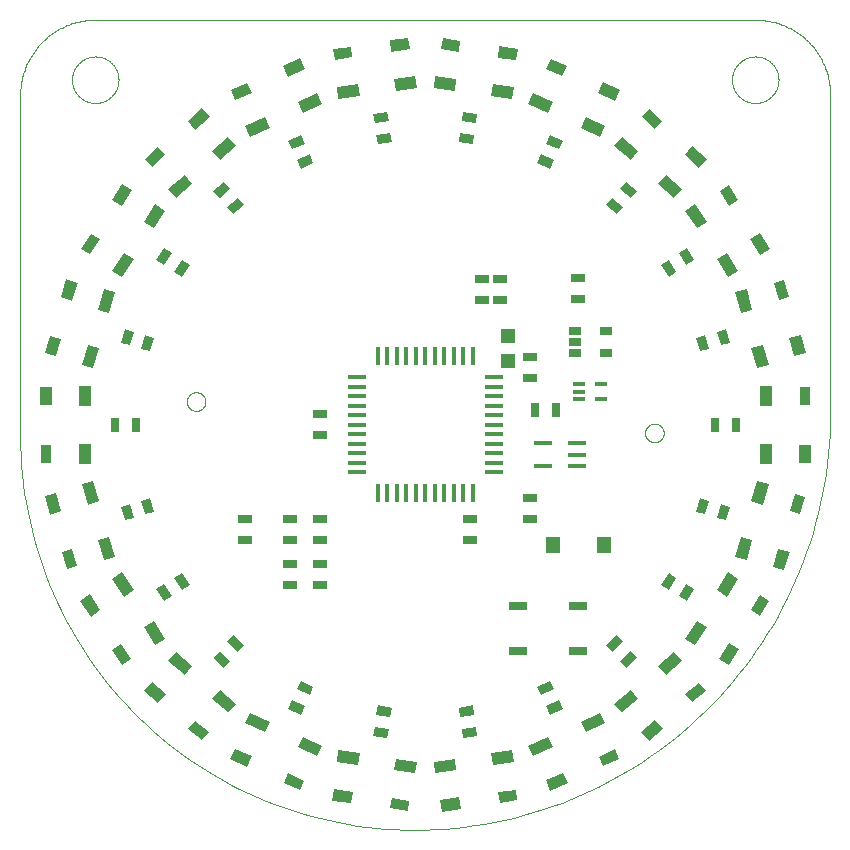
<source format=gtp>
G75*
%MOIN*%
%OFA0B0*%
%FSLAX25Y25*%
%IPPOS*%
%LPD*%
%AMOC8*
5,1,8,0,0,1.08239X$1,22.5*
%
%ADD10C,0.00000*%
%ADD11R,0.03150X0.04724*%
%ADD12R,0.04724X0.03150*%
%ADD13R,0.05906X0.01575*%
%ADD14R,0.03543X0.05906*%
%ADD15R,0.03937X0.07087*%
%ADD16R,0.03937X0.06299*%
%ADD17R,0.05906X0.03543*%
%ADD18R,0.07087X0.03937*%
%ADD19R,0.06299X0.03937*%
%ADD20R,0.04724X0.04724*%
%ADD21R,0.06000X0.03000*%
%ADD22R,0.01732X0.05906*%
%ADD23R,0.05906X0.01732*%
%ADD24R,0.05000X0.05787*%
%ADD25R,0.03937X0.01575*%
%ADD26R,0.03898X0.02717*%
D10*
X0002665Y0132750D02*
X0002665Y0246500D01*
X0002672Y0247104D01*
X0002694Y0247708D01*
X0002731Y0248311D01*
X0002782Y0248913D01*
X0002847Y0249513D01*
X0002927Y0250112D01*
X0003022Y0250709D01*
X0003131Y0251303D01*
X0003254Y0251895D01*
X0003391Y0252483D01*
X0003543Y0253068D01*
X0003709Y0253649D01*
X0003889Y0254225D01*
X0004082Y0254798D01*
X0004290Y0255365D01*
X0004511Y0255927D01*
X0004745Y0256484D01*
X0004993Y0257035D01*
X0005254Y0257580D01*
X0005529Y0258118D01*
X0005816Y0258650D01*
X0006116Y0259174D01*
X0006428Y0259691D01*
X0006753Y0260200D01*
X0007090Y0260702D01*
X0007440Y0261195D01*
X0007801Y0261679D01*
X0008173Y0262155D01*
X0008557Y0262621D01*
X0008952Y0263078D01*
X0009358Y0263525D01*
X0009775Y0263963D01*
X0010202Y0264390D01*
X0010640Y0264807D01*
X0011087Y0265213D01*
X0011544Y0265608D01*
X0012010Y0265992D01*
X0012486Y0266364D01*
X0012970Y0266725D01*
X0013463Y0267075D01*
X0013965Y0267412D01*
X0014474Y0267737D01*
X0014991Y0268049D01*
X0015515Y0268349D01*
X0016047Y0268636D01*
X0016585Y0268911D01*
X0017130Y0269172D01*
X0017681Y0269420D01*
X0018238Y0269654D01*
X0018800Y0269875D01*
X0019367Y0270083D01*
X0019940Y0270276D01*
X0020516Y0270456D01*
X0021097Y0270622D01*
X0021682Y0270774D01*
X0022270Y0270911D01*
X0022862Y0271034D01*
X0023456Y0271143D01*
X0024053Y0271238D01*
X0024652Y0271318D01*
X0025252Y0271383D01*
X0025854Y0271434D01*
X0026457Y0271471D01*
X0027061Y0271493D01*
X0027665Y0271500D01*
X0247650Y0271500D01*
X0239915Y0251500D02*
X0239917Y0251690D01*
X0239924Y0251880D01*
X0239936Y0252070D01*
X0239952Y0252260D01*
X0239973Y0252449D01*
X0239999Y0252637D01*
X0240029Y0252825D01*
X0240064Y0253012D01*
X0240103Y0253198D01*
X0240147Y0253383D01*
X0240196Y0253567D01*
X0240249Y0253750D01*
X0240306Y0253931D01*
X0240368Y0254111D01*
X0240434Y0254289D01*
X0240505Y0254466D01*
X0240580Y0254641D01*
X0240659Y0254814D01*
X0240743Y0254984D01*
X0240830Y0255153D01*
X0240922Y0255320D01*
X0241018Y0255484D01*
X0241117Y0255646D01*
X0241221Y0255806D01*
X0241329Y0255963D01*
X0241440Y0256117D01*
X0241555Y0256268D01*
X0241674Y0256417D01*
X0241797Y0256562D01*
X0241923Y0256705D01*
X0242052Y0256844D01*
X0242185Y0256980D01*
X0242321Y0257113D01*
X0242460Y0257242D01*
X0242603Y0257368D01*
X0242748Y0257491D01*
X0242897Y0257610D01*
X0243048Y0257725D01*
X0243202Y0257836D01*
X0243359Y0257944D01*
X0243519Y0258048D01*
X0243681Y0258147D01*
X0243845Y0258243D01*
X0244012Y0258335D01*
X0244181Y0258422D01*
X0244351Y0258506D01*
X0244524Y0258585D01*
X0244699Y0258660D01*
X0244876Y0258731D01*
X0245054Y0258797D01*
X0245234Y0258859D01*
X0245415Y0258916D01*
X0245598Y0258969D01*
X0245782Y0259018D01*
X0245967Y0259062D01*
X0246153Y0259101D01*
X0246340Y0259136D01*
X0246528Y0259166D01*
X0246716Y0259192D01*
X0246905Y0259213D01*
X0247095Y0259229D01*
X0247285Y0259241D01*
X0247475Y0259248D01*
X0247665Y0259250D01*
X0247855Y0259248D01*
X0248045Y0259241D01*
X0248235Y0259229D01*
X0248425Y0259213D01*
X0248614Y0259192D01*
X0248802Y0259166D01*
X0248990Y0259136D01*
X0249177Y0259101D01*
X0249363Y0259062D01*
X0249548Y0259018D01*
X0249732Y0258969D01*
X0249915Y0258916D01*
X0250096Y0258859D01*
X0250276Y0258797D01*
X0250454Y0258731D01*
X0250631Y0258660D01*
X0250806Y0258585D01*
X0250979Y0258506D01*
X0251149Y0258422D01*
X0251318Y0258335D01*
X0251485Y0258243D01*
X0251649Y0258147D01*
X0251811Y0258048D01*
X0251971Y0257944D01*
X0252128Y0257836D01*
X0252282Y0257725D01*
X0252433Y0257610D01*
X0252582Y0257491D01*
X0252727Y0257368D01*
X0252870Y0257242D01*
X0253009Y0257113D01*
X0253145Y0256980D01*
X0253278Y0256844D01*
X0253407Y0256705D01*
X0253533Y0256562D01*
X0253656Y0256417D01*
X0253775Y0256268D01*
X0253890Y0256117D01*
X0254001Y0255963D01*
X0254109Y0255806D01*
X0254213Y0255646D01*
X0254312Y0255484D01*
X0254408Y0255320D01*
X0254500Y0255153D01*
X0254587Y0254984D01*
X0254671Y0254814D01*
X0254750Y0254641D01*
X0254825Y0254466D01*
X0254896Y0254289D01*
X0254962Y0254111D01*
X0255024Y0253931D01*
X0255081Y0253750D01*
X0255134Y0253567D01*
X0255183Y0253383D01*
X0255227Y0253198D01*
X0255266Y0253012D01*
X0255301Y0252825D01*
X0255331Y0252637D01*
X0255357Y0252449D01*
X0255378Y0252260D01*
X0255394Y0252070D01*
X0255406Y0251880D01*
X0255413Y0251690D01*
X0255415Y0251500D01*
X0255413Y0251310D01*
X0255406Y0251120D01*
X0255394Y0250930D01*
X0255378Y0250740D01*
X0255357Y0250551D01*
X0255331Y0250363D01*
X0255301Y0250175D01*
X0255266Y0249988D01*
X0255227Y0249802D01*
X0255183Y0249617D01*
X0255134Y0249433D01*
X0255081Y0249250D01*
X0255024Y0249069D01*
X0254962Y0248889D01*
X0254896Y0248711D01*
X0254825Y0248534D01*
X0254750Y0248359D01*
X0254671Y0248186D01*
X0254587Y0248016D01*
X0254500Y0247847D01*
X0254408Y0247680D01*
X0254312Y0247516D01*
X0254213Y0247354D01*
X0254109Y0247194D01*
X0254001Y0247037D01*
X0253890Y0246883D01*
X0253775Y0246732D01*
X0253656Y0246583D01*
X0253533Y0246438D01*
X0253407Y0246295D01*
X0253278Y0246156D01*
X0253145Y0246020D01*
X0253009Y0245887D01*
X0252870Y0245758D01*
X0252727Y0245632D01*
X0252582Y0245509D01*
X0252433Y0245390D01*
X0252282Y0245275D01*
X0252128Y0245164D01*
X0251971Y0245056D01*
X0251811Y0244952D01*
X0251649Y0244853D01*
X0251485Y0244757D01*
X0251318Y0244665D01*
X0251149Y0244578D01*
X0250979Y0244494D01*
X0250806Y0244415D01*
X0250631Y0244340D01*
X0250454Y0244269D01*
X0250276Y0244203D01*
X0250096Y0244141D01*
X0249915Y0244084D01*
X0249732Y0244031D01*
X0249548Y0243982D01*
X0249363Y0243938D01*
X0249177Y0243899D01*
X0248990Y0243864D01*
X0248802Y0243834D01*
X0248614Y0243808D01*
X0248425Y0243787D01*
X0248235Y0243771D01*
X0248045Y0243759D01*
X0247855Y0243752D01*
X0247665Y0243750D01*
X0247475Y0243752D01*
X0247285Y0243759D01*
X0247095Y0243771D01*
X0246905Y0243787D01*
X0246716Y0243808D01*
X0246528Y0243834D01*
X0246340Y0243864D01*
X0246153Y0243899D01*
X0245967Y0243938D01*
X0245782Y0243982D01*
X0245598Y0244031D01*
X0245415Y0244084D01*
X0245234Y0244141D01*
X0245054Y0244203D01*
X0244876Y0244269D01*
X0244699Y0244340D01*
X0244524Y0244415D01*
X0244351Y0244494D01*
X0244181Y0244578D01*
X0244012Y0244665D01*
X0243845Y0244757D01*
X0243681Y0244853D01*
X0243519Y0244952D01*
X0243359Y0245056D01*
X0243202Y0245164D01*
X0243048Y0245275D01*
X0242897Y0245390D01*
X0242748Y0245509D01*
X0242603Y0245632D01*
X0242460Y0245758D01*
X0242321Y0245887D01*
X0242185Y0246020D01*
X0242052Y0246156D01*
X0241923Y0246295D01*
X0241797Y0246438D01*
X0241674Y0246583D01*
X0241555Y0246732D01*
X0241440Y0246883D01*
X0241329Y0247037D01*
X0241221Y0247194D01*
X0241117Y0247354D01*
X0241018Y0247516D01*
X0240922Y0247680D01*
X0240830Y0247847D01*
X0240743Y0248016D01*
X0240659Y0248186D01*
X0240580Y0248359D01*
X0240505Y0248534D01*
X0240434Y0248711D01*
X0240368Y0248889D01*
X0240306Y0249069D01*
X0240249Y0249250D01*
X0240196Y0249433D01*
X0240147Y0249617D01*
X0240103Y0249802D01*
X0240064Y0249988D01*
X0240029Y0250175D01*
X0239999Y0250363D01*
X0239973Y0250551D01*
X0239952Y0250740D01*
X0239936Y0250930D01*
X0239924Y0251120D01*
X0239917Y0251310D01*
X0239915Y0251500D01*
X0247649Y0271500D02*
X0248254Y0271493D01*
X0248858Y0271471D01*
X0249461Y0271434D01*
X0250063Y0271383D01*
X0250664Y0271318D01*
X0251263Y0271238D01*
X0251860Y0271143D01*
X0252454Y0271034D01*
X0253046Y0270911D01*
X0253634Y0270773D01*
X0254219Y0270621D01*
X0254801Y0270456D01*
X0255377Y0270276D01*
X0255950Y0270082D01*
X0256518Y0269874D01*
X0257080Y0269653D01*
X0257637Y0269419D01*
X0258188Y0269170D01*
X0258733Y0268909D01*
X0259271Y0268635D01*
X0259803Y0268347D01*
X0260327Y0268047D01*
X0260845Y0267734D01*
X0261354Y0267409D01*
X0261855Y0267072D01*
X0262348Y0266722D01*
X0262833Y0266361D01*
X0263309Y0265988D01*
X0263775Y0265604D01*
X0264232Y0265209D01*
X0264680Y0264802D01*
X0265117Y0264385D01*
X0265544Y0263958D01*
X0265961Y0263520D01*
X0266367Y0263073D01*
X0266762Y0262615D01*
X0267146Y0262149D01*
X0267519Y0261673D01*
X0267880Y0261188D01*
X0268229Y0260695D01*
X0268566Y0260193D01*
X0268891Y0259684D01*
X0269203Y0259166D01*
X0269503Y0258642D01*
X0269790Y0258110D01*
X0270064Y0257571D01*
X0270325Y0257026D01*
X0270573Y0256475D01*
X0270808Y0255918D01*
X0271028Y0255355D01*
X0271236Y0254788D01*
X0271429Y0254215D01*
X0271609Y0253638D01*
X0271774Y0253057D01*
X0271925Y0252472D01*
X0272063Y0251883D01*
X0272186Y0251292D01*
X0272294Y0250697D01*
X0272389Y0250100D01*
X0272468Y0249501D01*
X0272534Y0248900D01*
X0272584Y0248298D01*
X0272620Y0247695D01*
X0272642Y0247091D01*
X0272649Y0246487D01*
X0272650Y0246486D02*
X0272586Y0140172D01*
X0210943Y0133783D02*
X0210945Y0133894D01*
X0210951Y0134005D01*
X0210961Y0134116D01*
X0210975Y0134227D01*
X0210993Y0134337D01*
X0211015Y0134446D01*
X0211040Y0134554D01*
X0211070Y0134661D01*
X0211103Y0134767D01*
X0211141Y0134872D01*
X0211182Y0134976D01*
X0211226Y0135078D01*
X0211275Y0135178D01*
X0211326Y0135276D01*
X0211382Y0135373D01*
X0211441Y0135467D01*
X0211503Y0135560D01*
X0211568Y0135650D01*
X0211637Y0135737D01*
X0211708Y0135823D01*
X0211783Y0135905D01*
X0211861Y0135985D01*
X0211941Y0136062D01*
X0212024Y0136136D01*
X0212110Y0136207D01*
X0212198Y0136274D01*
X0212289Y0136339D01*
X0212382Y0136400D01*
X0212477Y0136458D01*
X0212574Y0136513D01*
X0212673Y0136564D01*
X0212774Y0136611D01*
X0212876Y0136655D01*
X0212980Y0136695D01*
X0213085Y0136731D01*
X0213191Y0136764D01*
X0213299Y0136792D01*
X0213408Y0136817D01*
X0213517Y0136838D01*
X0213627Y0136855D01*
X0213737Y0136868D01*
X0213848Y0136877D01*
X0213960Y0136882D01*
X0214071Y0136883D01*
X0214182Y0136880D01*
X0214293Y0136873D01*
X0214404Y0136862D01*
X0214514Y0136847D01*
X0214624Y0136828D01*
X0214733Y0136805D01*
X0214841Y0136779D01*
X0214948Y0136748D01*
X0215054Y0136714D01*
X0215158Y0136675D01*
X0215261Y0136634D01*
X0215363Y0136588D01*
X0215463Y0136539D01*
X0215561Y0136486D01*
X0215657Y0136430D01*
X0215751Y0136370D01*
X0215843Y0136307D01*
X0215932Y0136241D01*
X0216019Y0136172D01*
X0216103Y0136099D01*
X0216185Y0136024D01*
X0216264Y0135945D01*
X0216341Y0135864D01*
X0216414Y0135780D01*
X0216484Y0135694D01*
X0216551Y0135605D01*
X0216615Y0135514D01*
X0216675Y0135421D01*
X0216732Y0135325D01*
X0216786Y0135227D01*
X0216836Y0135128D01*
X0216882Y0135027D01*
X0216925Y0134924D01*
X0216964Y0134820D01*
X0217000Y0134714D01*
X0217031Y0134608D01*
X0217059Y0134500D01*
X0217083Y0134391D01*
X0217103Y0134282D01*
X0217119Y0134172D01*
X0217131Y0134061D01*
X0217139Y0133950D01*
X0217143Y0133839D01*
X0217143Y0133727D01*
X0217139Y0133616D01*
X0217131Y0133505D01*
X0217119Y0133394D01*
X0217103Y0133284D01*
X0217083Y0133175D01*
X0217059Y0133066D01*
X0217031Y0132958D01*
X0217000Y0132852D01*
X0216964Y0132746D01*
X0216925Y0132642D01*
X0216882Y0132539D01*
X0216836Y0132438D01*
X0216786Y0132339D01*
X0216732Y0132241D01*
X0216675Y0132145D01*
X0216615Y0132052D01*
X0216551Y0131961D01*
X0216484Y0131872D01*
X0216414Y0131786D01*
X0216341Y0131702D01*
X0216264Y0131621D01*
X0216185Y0131542D01*
X0216103Y0131467D01*
X0216019Y0131394D01*
X0215932Y0131325D01*
X0215843Y0131259D01*
X0215751Y0131196D01*
X0215657Y0131136D01*
X0215561Y0131080D01*
X0215463Y0131027D01*
X0215363Y0130978D01*
X0215261Y0130932D01*
X0215158Y0130891D01*
X0215054Y0130852D01*
X0214948Y0130818D01*
X0214841Y0130787D01*
X0214733Y0130761D01*
X0214624Y0130738D01*
X0214514Y0130719D01*
X0214404Y0130704D01*
X0214293Y0130693D01*
X0214182Y0130686D01*
X0214071Y0130683D01*
X0213960Y0130684D01*
X0213848Y0130689D01*
X0213737Y0130698D01*
X0213627Y0130711D01*
X0213517Y0130728D01*
X0213408Y0130749D01*
X0213299Y0130774D01*
X0213191Y0130802D01*
X0213085Y0130835D01*
X0212980Y0130871D01*
X0212876Y0130911D01*
X0212774Y0130955D01*
X0212673Y0131002D01*
X0212574Y0131053D01*
X0212477Y0131108D01*
X0212382Y0131166D01*
X0212289Y0131227D01*
X0212198Y0131292D01*
X0212110Y0131359D01*
X0212024Y0131430D01*
X0211941Y0131504D01*
X0211861Y0131581D01*
X0211783Y0131661D01*
X0211708Y0131743D01*
X0211637Y0131829D01*
X0211568Y0131916D01*
X0211503Y0132006D01*
X0211441Y0132099D01*
X0211382Y0132193D01*
X0211326Y0132290D01*
X0211275Y0132388D01*
X0211226Y0132488D01*
X0211182Y0132590D01*
X0211141Y0132694D01*
X0211103Y0132799D01*
X0211070Y0132905D01*
X0211040Y0133012D01*
X0211015Y0133120D01*
X0210993Y0133229D01*
X0210975Y0133339D01*
X0210961Y0133450D01*
X0210951Y0133561D01*
X0210945Y0133672D01*
X0210943Y0133783D01*
X0133914Y0001500D02*
X0130743Y0001538D01*
X0127573Y0001653D01*
X0124407Y0001845D01*
X0121247Y0002113D01*
X0118094Y0002457D01*
X0114950Y0002877D01*
X0111817Y0003373D01*
X0108697Y0003945D01*
X0105592Y0004592D01*
X0102504Y0005314D01*
X0099434Y0006110D01*
X0096384Y0006980D01*
X0093356Y0007924D01*
X0090351Y0008940D01*
X0087372Y0010029D01*
X0084420Y0011190D01*
X0081497Y0012421D01*
X0078605Y0013723D01*
X0075745Y0015094D01*
X0072919Y0016534D01*
X0070129Y0018042D01*
X0067376Y0019616D01*
X0064661Y0021257D01*
X0061987Y0022963D01*
X0059356Y0024733D01*
X0056767Y0026567D01*
X0054224Y0028462D01*
X0051727Y0030418D01*
X0049278Y0032434D01*
X0046879Y0034508D01*
X0044531Y0036640D01*
X0042234Y0038828D01*
X0039992Y0041070D01*
X0037804Y0043367D01*
X0035672Y0045715D01*
X0033598Y0048114D01*
X0031582Y0050563D01*
X0029626Y0053060D01*
X0027731Y0055603D01*
X0025897Y0058192D01*
X0024127Y0060823D01*
X0022421Y0063497D01*
X0020780Y0066212D01*
X0019206Y0068965D01*
X0017698Y0071755D01*
X0016258Y0074581D01*
X0014887Y0077441D01*
X0013585Y0080333D01*
X0012354Y0083256D01*
X0011193Y0086208D01*
X0010104Y0089187D01*
X0009088Y0092192D01*
X0008144Y0095220D01*
X0007274Y0098270D01*
X0006478Y0101340D01*
X0005756Y0104428D01*
X0005109Y0107533D01*
X0004537Y0110653D01*
X0004041Y0113786D01*
X0003621Y0116930D01*
X0003277Y0120083D01*
X0003009Y0123243D01*
X0002817Y0126409D01*
X0002702Y0129579D01*
X0002664Y0132750D01*
X0058187Y0144217D02*
X0058189Y0144328D01*
X0058195Y0144439D01*
X0058205Y0144550D01*
X0058219Y0144661D01*
X0058237Y0144771D01*
X0058259Y0144880D01*
X0058284Y0144988D01*
X0058314Y0145095D01*
X0058347Y0145201D01*
X0058385Y0145306D01*
X0058426Y0145410D01*
X0058470Y0145512D01*
X0058519Y0145612D01*
X0058570Y0145710D01*
X0058626Y0145807D01*
X0058685Y0145901D01*
X0058747Y0145994D01*
X0058812Y0146084D01*
X0058881Y0146171D01*
X0058952Y0146257D01*
X0059027Y0146339D01*
X0059105Y0146419D01*
X0059185Y0146496D01*
X0059268Y0146570D01*
X0059354Y0146641D01*
X0059442Y0146708D01*
X0059533Y0146773D01*
X0059626Y0146834D01*
X0059721Y0146892D01*
X0059818Y0146947D01*
X0059917Y0146998D01*
X0060018Y0147045D01*
X0060120Y0147089D01*
X0060224Y0147129D01*
X0060329Y0147165D01*
X0060435Y0147198D01*
X0060543Y0147226D01*
X0060652Y0147251D01*
X0060761Y0147272D01*
X0060871Y0147289D01*
X0060981Y0147302D01*
X0061092Y0147311D01*
X0061204Y0147316D01*
X0061315Y0147317D01*
X0061426Y0147314D01*
X0061537Y0147307D01*
X0061648Y0147296D01*
X0061758Y0147281D01*
X0061868Y0147262D01*
X0061977Y0147239D01*
X0062085Y0147213D01*
X0062192Y0147182D01*
X0062298Y0147148D01*
X0062402Y0147109D01*
X0062505Y0147068D01*
X0062607Y0147022D01*
X0062707Y0146973D01*
X0062805Y0146920D01*
X0062901Y0146864D01*
X0062995Y0146804D01*
X0063087Y0146741D01*
X0063176Y0146675D01*
X0063263Y0146606D01*
X0063347Y0146533D01*
X0063429Y0146458D01*
X0063508Y0146379D01*
X0063585Y0146298D01*
X0063658Y0146214D01*
X0063728Y0146128D01*
X0063795Y0146039D01*
X0063859Y0145948D01*
X0063919Y0145855D01*
X0063976Y0145759D01*
X0064030Y0145661D01*
X0064080Y0145562D01*
X0064126Y0145461D01*
X0064169Y0145358D01*
X0064208Y0145254D01*
X0064244Y0145148D01*
X0064275Y0145042D01*
X0064303Y0144934D01*
X0064327Y0144825D01*
X0064347Y0144716D01*
X0064363Y0144606D01*
X0064375Y0144495D01*
X0064383Y0144384D01*
X0064387Y0144273D01*
X0064387Y0144161D01*
X0064383Y0144050D01*
X0064375Y0143939D01*
X0064363Y0143828D01*
X0064347Y0143718D01*
X0064327Y0143609D01*
X0064303Y0143500D01*
X0064275Y0143392D01*
X0064244Y0143286D01*
X0064208Y0143180D01*
X0064169Y0143076D01*
X0064126Y0142973D01*
X0064080Y0142872D01*
X0064030Y0142773D01*
X0063976Y0142675D01*
X0063919Y0142579D01*
X0063859Y0142486D01*
X0063795Y0142395D01*
X0063728Y0142306D01*
X0063658Y0142220D01*
X0063585Y0142136D01*
X0063508Y0142055D01*
X0063429Y0141976D01*
X0063347Y0141901D01*
X0063263Y0141828D01*
X0063176Y0141759D01*
X0063087Y0141693D01*
X0062995Y0141630D01*
X0062901Y0141570D01*
X0062805Y0141514D01*
X0062707Y0141461D01*
X0062607Y0141412D01*
X0062505Y0141366D01*
X0062402Y0141325D01*
X0062298Y0141286D01*
X0062192Y0141252D01*
X0062085Y0141221D01*
X0061977Y0141195D01*
X0061868Y0141172D01*
X0061758Y0141153D01*
X0061648Y0141138D01*
X0061537Y0141127D01*
X0061426Y0141120D01*
X0061315Y0141117D01*
X0061204Y0141118D01*
X0061092Y0141123D01*
X0060981Y0141132D01*
X0060871Y0141145D01*
X0060761Y0141162D01*
X0060652Y0141183D01*
X0060543Y0141208D01*
X0060435Y0141236D01*
X0060329Y0141269D01*
X0060224Y0141305D01*
X0060120Y0141345D01*
X0060018Y0141389D01*
X0059917Y0141436D01*
X0059818Y0141487D01*
X0059721Y0141542D01*
X0059626Y0141600D01*
X0059533Y0141661D01*
X0059442Y0141726D01*
X0059354Y0141793D01*
X0059268Y0141864D01*
X0059185Y0141938D01*
X0059105Y0142015D01*
X0059027Y0142095D01*
X0058952Y0142177D01*
X0058881Y0142263D01*
X0058812Y0142350D01*
X0058747Y0142440D01*
X0058685Y0142533D01*
X0058626Y0142627D01*
X0058570Y0142724D01*
X0058519Y0142822D01*
X0058470Y0142922D01*
X0058426Y0143024D01*
X0058385Y0143128D01*
X0058347Y0143233D01*
X0058314Y0143339D01*
X0058284Y0143446D01*
X0058259Y0143554D01*
X0058237Y0143663D01*
X0058219Y0143773D01*
X0058205Y0143884D01*
X0058195Y0143995D01*
X0058189Y0144106D01*
X0058187Y0144217D01*
X0133914Y0001500D02*
X0137265Y0001540D01*
X0140614Y0001662D01*
X0143959Y0001864D01*
X0147298Y0002147D01*
X0150629Y0002511D01*
X0153951Y0002955D01*
X0157260Y0003479D01*
X0160557Y0004083D01*
X0163837Y0004767D01*
X0167100Y0005530D01*
X0170344Y0006371D01*
X0173567Y0007290D01*
X0176766Y0008287D01*
X0179940Y0009361D01*
X0183088Y0010511D01*
X0186206Y0011738D01*
X0189295Y0013039D01*
X0192351Y0014414D01*
X0195372Y0015863D01*
X0198358Y0017384D01*
X0201306Y0018977D01*
X0204215Y0020641D01*
X0207083Y0022375D01*
X0209908Y0024177D01*
X0212689Y0026047D01*
X0215423Y0027984D01*
X0218110Y0029986D01*
X0220748Y0032053D01*
X0223336Y0034183D01*
X0225871Y0036375D01*
X0228352Y0038627D01*
X0230778Y0040938D01*
X0233148Y0043308D01*
X0235459Y0045734D01*
X0237711Y0048215D01*
X0239903Y0050750D01*
X0242033Y0053338D01*
X0244100Y0055976D01*
X0246102Y0058663D01*
X0248039Y0061397D01*
X0249909Y0064178D01*
X0251711Y0067003D01*
X0253445Y0069871D01*
X0255109Y0072780D01*
X0256702Y0075728D01*
X0258223Y0078714D01*
X0259672Y0081735D01*
X0261047Y0084791D01*
X0262348Y0087880D01*
X0263575Y0090998D01*
X0264725Y0094146D01*
X0265799Y0097320D01*
X0266796Y0100519D01*
X0267715Y0103742D01*
X0268556Y0106986D01*
X0269319Y0110249D01*
X0270003Y0113529D01*
X0270607Y0116826D01*
X0271131Y0120135D01*
X0271575Y0123457D01*
X0271939Y0126788D01*
X0272222Y0130127D01*
X0272424Y0133472D01*
X0272546Y0136821D01*
X0272586Y0140172D01*
X0019915Y0251500D02*
X0019917Y0251690D01*
X0019924Y0251880D01*
X0019936Y0252070D01*
X0019952Y0252260D01*
X0019973Y0252449D01*
X0019999Y0252637D01*
X0020029Y0252825D01*
X0020064Y0253012D01*
X0020103Y0253198D01*
X0020147Y0253383D01*
X0020196Y0253567D01*
X0020249Y0253750D01*
X0020306Y0253931D01*
X0020368Y0254111D01*
X0020434Y0254289D01*
X0020505Y0254466D01*
X0020580Y0254641D01*
X0020659Y0254814D01*
X0020743Y0254984D01*
X0020830Y0255153D01*
X0020922Y0255320D01*
X0021018Y0255484D01*
X0021117Y0255646D01*
X0021221Y0255806D01*
X0021329Y0255963D01*
X0021440Y0256117D01*
X0021555Y0256268D01*
X0021674Y0256417D01*
X0021797Y0256562D01*
X0021923Y0256705D01*
X0022052Y0256844D01*
X0022185Y0256980D01*
X0022321Y0257113D01*
X0022460Y0257242D01*
X0022603Y0257368D01*
X0022748Y0257491D01*
X0022897Y0257610D01*
X0023048Y0257725D01*
X0023202Y0257836D01*
X0023359Y0257944D01*
X0023519Y0258048D01*
X0023681Y0258147D01*
X0023845Y0258243D01*
X0024012Y0258335D01*
X0024181Y0258422D01*
X0024351Y0258506D01*
X0024524Y0258585D01*
X0024699Y0258660D01*
X0024876Y0258731D01*
X0025054Y0258797D01*
X0025234Y0258859D01*
X0025415Y0258916D01*
X0025598Y0258969D01*
X0025782Y0259018D01*
X0025967Y0259062D01*
X0026153Y0259101D01*
X0026340Y0259136D01*
X0026528Y0259166D01*
X0026716Y0259192D01*
X0026905Y0259213D01*
X0027095Y0259229D01*
X0027285Y0259241D01*
X0027475Y0259248D01*
X0027665Y0259250D01*
X0027855Y0259248D01*
X0028045Y0259241D01*
X0028235Y0259229D01*
X0028425Y0259213D01*
X0028614Y0259192D01*
X0028802Y0259166D01*
X0028990Y0259136D01*
X0029177Y0259101D01*
X0029363Y0259062D01*
X0029548Y0259018D01*
X0029732Y0258969D01*
X0029915Y0258916D01*
X0030096Y0258859D01*
X0030276Y0258797D01*
X0030454Y0258731D01*
X0030631Y0258660D01*
X0030806Y0258585D01*
X0030979Y0258506D01*
X0031149Y0258422D01*
X0031318Y0258335D01*
X0031485Y0258243D01*
X0031649Y0258147D01*
X0031811Y0258048D01*
X0031971Y0257944D01*
X0032128Y0257836D01*
X0032282Y0257725D01*
X0032433Y0257610D01*
X0032582Y0257491D01*
X0032727Y0257368D01*
X0032870Y0257242D01*
X0033009Y0257113D01*
X0033145Y0256980D01*
X0033278Y0256844D01*
X0033407Y0256705D01*
X0033533Y0256562D01*
X0033656Y0256417D01*
X0033775Y0256268D01*
X0033890Y0256117D01*
X0034001Y0255963D01*
X0034109Y0255806D01*
X0034213Y0255646D01*
X0034312Y0255484D01*
X0034408Y0255320D01*
X0034500Y0255153D01*
X0034587Y0254984D01*
X0034671Y0254814D01*
X0034750Y0254641D01*
X0034825Y0254466D01*
X0034896Y0254289D01*
X0034962Y0254111D01*
X0035024Y0253931D01*
X0035081Y0253750D01*
X0035134Y0253567D01*
X0035183Y0253383D01*
X0035227Y0253198D01*
X0035266Y0253012D01*
X0035301Y0252825D01*
X0035331Y0252637D01*
X0035357Y0252449D01*
X0035378Y0252260D01*
X0035394Y0252070D01*
X0035406Y0251880D01*
X0035413Y0251690D01*
X0035415Y0251500D01*
X0035413Y0251310D01*
X0035406Y0251120D01*
X0035394Y0250930D01*
X0035378Y0250740D01*
X0035357Y0250551D01*
X0035331Y0250363D01*
X0035301Y0250175D01*
X0035266Y0249988D01*
X0035227Y0249802D01*
X0035183Y0249617D01*
X0035134Y0249433D01*
X0035081Y0249250D01*
X0035024Y0249069D01*
X0034962Y0248889D01*
X0034896Y0248711D01*
X0034825Y0248534D01*
X0034750Y0248359D01*
X0034671Y0248186D01*
X0034587Y0248016D01*
X0034500Y0247847D01*
X0034408Y0247680D01*
X0034312Y0247516D01*
X0034213Y0247354D01*
X0034109Y0247194D01*
X0034001Y0247037D01*
X0033890Y0246883D01*
X0033775Y0246732D01*
X0033656Y0246583D01*
X0033533Y0246438D01*
X0033407Y0246295D01*
X0033278Y0246156D01*
X0033145Y0246020D01*
X0033009Y0245887D01*
X0032870Y0245758D01*
X0032727Y0245632D01*
X0032582Y0245509D01*
X0032433Y0245390D01*
X0032282Y0245275D01*
X0032128Y0245164D01*
X0031971Y0245056D01*
X0031811Y0244952D01*
X0031649Y0244853D01*
X0031485Y0244757D01*
X0031318Y0244665D01*
X0031149Y0244578D01*
X0030979Y0244494D01*
X0030806Y0244415D01*
X0030631Y0244340D01*
X0030454Y0244269D01*
X0030276Y0244203D01*
X0030096Y0244141D01*
X0029915Y0244084D01*
X0029732Y0244031D01*
X0029548Y0243982D01*
X0029363Y0243938D01*
X0029177Y0243899D01*
X0028990Y0243864D01*
X0028802Y0243834D01*
X0028614Y0243808D01*
X0028425Y0243787D01*
X0028235Y0243771D01*
X0028045Y0243759D01*
X0027855Y0243752D01*
X0027665Y0243750D01*
X0027475Y0243752D01*
X0027285Y0243759D01*
X0027095Y0243771D01*
X0026905Y0243787D01*
X0026716Y0243808D01*
X0026528Y0243834D01*
X0026340Y0243864D01*
X0026153Y0243899D01*
X0025967Y0243938D01*
X0025782Y0243982D01*
X0025598Y0244031D01*
X0025415Y0244084D01*
X0025234Y0244141D01*
X0025054Y0244203D01*
X0024876Y0244269D01*
X0024699Y0244340D01*
X0024524Y0244415D01*
X0024351Y0244494D01*
X0024181Y0244578D01*
X0024012Y0244665D01*
X0023845Y0244757D01*
X0023681Y0244853D01*
X0023519Y0244952D01*
X0023359Y0245056D01*
X0023202Y0245164D01*
X0023048Y0245275D01*
X0022897Y0245390D01*
X0022748Y0245509D01*
X0022603Y0245632D01*
X0022460Y0245758D01*
X0022321Y0245887D01*
X0022185Y0246020D01*
X0022052Y0246156D01*
X0021923Y0246295D01*
X0021797Y0246438D01*
X0021674Y0246583D01*
X0021555Y0246732D01*
X0021440Y0246883D01*
X0021329Y0247037D01*
X0021221Y0247194D01*
X0021117Y0247354D01*
X0021018Y0247516D01*
X0020922Y0247680D01*
X0020830Y0247847D01*
X0020743Y0248016D01*
X0020659Y0248186D01*
X0020580Y0248359D01*
X0020505Y0248534D01*
X0020434Y0248711D01*
X0020368Y0248889D01*
X0020306Y0249069D01*
X0020249Y0249250D01*
X0020196Y0249433D01*
X0020147Y0249617D01*
X0020103Y0249802D01*
X0020064Y0249988D01*
X0020029Y0250175D01*
X0019999Y0250363D01*
X0019973Y0250551D01*
X0019952Y0250740D01*
X0019936Y0250930D01*
X0019924Y0251120D01*
X0019917Y0251310D01*
X0019915Y0251500D01*
D11*
G36*
X0069105Y0212017D02*
X0067043Y0214397D01*
X0070613Y0217489D01*
X0072675Y0215109D01*
X0069105Y0212017D01*
G37*
G36*
X0073745Y0206661D02*
X0071683Y0209041D01*
X0075253Y0212133D01*
X0077315Y0209753D01*
X0073745Y0206661D01*
G37*
G36*
X0056570Y0185812D02*
X0053920Y0187514D01*
X0056472Y0191488D01*
X0059122Y0189786D01*
X0056570Y0185812D01*
G37*
G36*
X0050607Y0189640D02*
X0047957Y0191342D01*
X0050509Y0195316D01*
X0053159Y0193614D01*
X0050607Y0189640D01*
G37*
G36*
X0039163Y0162959D02*
X0036141Y0163843D01*
X0037467Y0168377D01*
X0040489Y0167493D01*
X0039163Y0162959D01*
G37*
G36*
X0045964Y0160970D02*
X0042942Y0161854D01*
X0044268Y0166388D01*
X0047290Y0165504D01*
X0045964Y0160970D01*
G37*
X0041208Y0136500D03*
X0034121Y0136500D03*
G36*
X0047290Y0107496D02*
X0044268Y0106612D01*
X0042942Y0111146D01*
X0045964Y0112030D01*
X0047290Y0107496D01*
G37*
G36*
X0040489Y0105507D02*
X0037467Y0104623D01*
X0036141Y0109157D01*
X0039163Y0110041D01*
X0040489Y0105507D01*
G37*
G36*
X0059122Y0083214D02*
X0056472Y0081512D01*
X0053920Y0085486D01*
X0056570Y0087188D01*
X0059122Y0083214D01*
G37*
G36*
X0053159Y0079386D02*
X0050509Y0077684D01*
X0047957Y0081658D01*
X0050607Y0083360D01*
X0053159Y0079386D01*
G37*
G36*
X0077315Y0063247D02*
X0075253Y0060867D01*
X0071683Y0063959D01*
X0073745Y0066339D01*
X0077315Y0063247D01*
G37*
G36*
X0072675Y0057891D02*
X0070613Y0055511D01*
X0067043Y0058603D01*
X0069105Y0060983D01*
X0072675Y0057891D01*
G37*
G36*
X0097456Y0042766D02*
X0096150Y0039901D01*
X0091852Y0041860D01*
X0093158Y0044725D01*
X0097456Y0042766D01*
G37*
G36*
X0100395Y0049214D02*
X0099089Y0046349D01*
X0094791Y0048308D01*
X0096097Y0051173D01*
X0100395Y0049214D01*
G37*
G36*
X0125490Y0035233D02*
X0125041Y0032116D01*
X0120366Y0032789D01*
X0120815Y0035906D01*
X0125490Y0035233D01*
G37*
G36*
X0126501Y0042247D02*
X0126052Y0039130D01*
X0121377Y0039803D01*
X0121826Y0042920D01*
X0126501Y0042247D01*
G37*
G36*
X0153504Y0042920D02*
X0153953Y0039803D01*
X0149278Y0039130D01*
X0148829Y0042247D01*
X0153504Y0042920D01*
G37*
G36*
X0154515Y0035906D02*
X0154964Y0032789D01*
X0150289Y0032116D01*
X0149840Y0035233D01*
X0154515Y0035906D01*
G37*
G36*
X0179233Y0051173D02*
X0180539Y0048308D01*
X0176241Y0046349D01*
X0174935Y0049214D01*
X0179233Y0051173D01*
G37*
G36*
X0182172Y0044725D02*
X0183478Y0041860D01*
X0179180Y0039901D01*
X0177874Y0042766D01*
X0182172Y0044725D01*
G37*
G36*
X0201585Y0066339D02*
X0203647Y0063959D01*
X0200077Y0060867D01*
X0198015Y0063247D01*
X0201585Y0066339D01*
G37*
G36*
X0206225Y0060983D02*
X0208287Y0058603D01*
X0204717Y0055511D01*
X0202655Y0057891D01*
X0206225Y0060983D01*
G37*
G36*
X0224723Y0083360D02*
X0227373Y0081658D01*
X0224821Y0077684D01*
X0222171Y0079386D01*
X0224723Y0083360D01*
G37*
G36*
X0218759Y0087188D02*
X0221409Y0085486D01*
X0218857Y0081512D01*
X0216207Y0083214D01*
X0218759Y0087188D01*
G37*
G36*
X0236167Y0110041D02*
X0239189Y0109157D01*
X0237863Y0104623D01*
X0234841Y0105507D01*
X0236167Y0110041D01*
G37*
G36*
X0229365Y0112030D02*
X0232387Y0111146D01*
X0231061Y0106612D01*
X0228039Y0107496D01*
X0229365Y0112030D01*
G37*
X0234121Y0136500D03*
X0241208Y0136500D03*
G36*
X0228039Y0165504D02*
X0231061Y0166388D01*
X0232387Y0161854D01*
X0229365Y0160970D01*
X0228039Y0165504D01*
G37*
G36*
X0234841Y0167493D02*
X0237863Y0168377D01*
X0239189Y0163843D01*
X0236167Y0162959D01*
X0234841Y0167493D01*
G37*
G36*
X0216207Y0189786D02*
X0218857Y0191488D01*
X0221409Y0187514D01*
X0218759Y0185812D01*
X0216207Y0189786D01*
G37*
G36*
X0222171Y0193614D02*
X0224821Y0195316D01*
X0227373Y0191342D01*
X0224723Y0189640D01*
X0222171Y0193614D01*
G37*
G36*
X0198015Y0209753D02*
X0200077Y0212133D01*
X0203647Y0209041D01*
X0201585Y0206661D01*
X0198015Y0209753D01*
G37*
G36*
X0202655Y0215109D02*
X0204717Y0217489D01*
X0208287Y0214397D01*
X0206225Y0212017D01*
X0202655Y0215109D01*
G37*
G36*
X0177874Y0230234D02*
X0179180Y0233099D01*
X0183478Y0231140D01*
X0182172Y0228275D01*
X0177874Y0230234D01*
G37*
G36*
X0174935Y0223786D02*
X0176241Y0226651D01*
X0180539Y0224692D01*
X0179233Y0221827D01*
X0174935Y0223786D01*
G37*
G36*
X0148829Y0230753D02*
X0149278Y0233870D01*
X0153953Y0233197D01*
X0153504Y0230080D01*
X0148829Y0230753D01*
G37*
G36*
X0149840Y0237767D02*
X0150289Y0240884D01*
X0154964Y0240211D01*
X0154515Y0237094D01*
X0149840Y0237767D01*
G37*
G36*
X0121826Y0230080D02*
X0121377Y0233197D01*
X0126052Y0233870D01*
X0126501Y0230753D01*
X0121826Y0230080D01*
G37*
G36*
X0120815Y0237094D02*
X0120366Y0240211D01*
X0125041Y0240884D01*
X0125490Y0237767D01*
X0120815Y0237094D01*
G37*
G36*
X0096097Y0221827D02*
X0094791Y0224692D01*
X0099089Y0226651D01*
X0100395Y0223786D01*
X0096097Y0221827D01*
G37*
G36*
X0093158Y0228275D02*
X0091852Y0231140D01*
X0096150Y0233099D01*
X0097456Y0230234D01*
X0093158Y0228275D01*
G37*
X0174121Y0141500D03*
X0181208Y0141500D03*
D12*
X0172665Y0151957D03*
X0172665Y0159043D03*
X0162665Y0177957D03*
X0156665Y0177957D03*
X0156665Y0185043D03*
X0162665Y0185043D03*
X0188413Y0185358D03*
X0188413Y0178272D03*
X0172665Y0112012D03*
X0172665Y0104925D03*
X0152665Y0105043D03*
X0152665Y0097957D03*
X0102665Y0097957D03*
X0102665Y0105043D03*
X0092665Y0105043D03*
X0092665Y0097957D03*
X0092665Y0090043D03*
X0092665Y0082957D03*
X0102665Y0082957D03*
X0102665Y0090043D03*
X0077665Y0097957D03*
X0077665Y0105043D03*
X0102665Y0132957D03*
X0102665Y0140043D03*
D13*
X0177044Y0130280D03*
X0177044Y0122800D03*
X0188265Y0122800D03*
X0188265Y0126540D03*
X0188265Y0130280D03*
D14*
X0264161Y0146146D03*
X0011169Y0126854D03*
D15*
X0024161Y0126854D03*
X0024161Y0146146D03*
X0251169Y0146146D03*
X0251169Y0126854D03*
D16*
X0264161Y0126854D03*
X0011169Y0146146D03*
D17*
G36*
X0016111Y0165210D02*
X0014454Y0159542D01*
X0011055Y0160536D01*
X0012712Y0166204D01*
X0016111Y0165210D01*
G37*
G36*
X0029122Y0198297D02*
X0025932Y0193328D01*
X0022952Y0195241D01*
X0026142Y0200210D01*
X0029122Y0198297D01*
G37*
G36*
X0050929Y0226379D02*
X0046466Y0222513D01*
X0044147Y0225191D01*
X0048610Y0229057D01*
X0050929Y0226379D01*
G37*
G36*
X0079765Y0247181D02*
X0074392Y0244731D01*
X0072923Y0247953D01*
X0078296Y0250403D01*
X0079765Y0247181D01*
G37*
G36*
X0113288Y0259001D02*
X0107443Y0258158D01*
X0106938Y0261663D01*
X0112783Y0262506D01*
X0113288Y0259001D01*
G37*
G36*
X0148792Y0260910D02*
X0142947Y0261753D01*
X0143452Y0265258D01*
X0149297Y0264415D01*
X0148792Y0260910D01*
G37*
G36*
X0183383Y0252731D02*
X0178010Y0255181D01*
X0179479Y0258403D01*
X0184852Y0255953D01*
X0183383Y0252731D01*
G37*
G36*
X0214283Y0235143D02*
X0209820Y0239009D01*
X0212139Y0241687D01*
X0216602Y0237821D01*
X0214283Y0235143D01*
G37*
G36*
X0238976Y0209562D02*
X0235786Y0214531D01*
X0238766Y0216444D01*
X0241956Y0211475D01*
X0238976Y0209562D01*
G37*
G36*
X0255461Y0178058D02*
X0253804Y0183726D01*
X0257203Y0184720D01*
X0258860Y0179052D01*
X0255461Y0178058D01*
G37*
G36*
X0259218Y0107790D02*
X0260875Y0113458D01*
X0264274Y0112464D01*
X0262617Y0106796D01*
X0259218Y0107790D01*
G37*
G36*
X0246208Y0074703D02*
X0249398Y0079672D01*
X0252378Y0077759D01*
X0249188Y0072790D01*
X0246208Y0074703D01*
G37*
G36*
X0224401Y0046621D02*
X0228864Y0050487D01*
X0231183Y0047809D01*
X0226720Y0043943D01*
X0224401Y0046621D01*
G37*
G36*
X0195565Y0025819D02*
X0200938Y0028269D01*
X0202407Y0025047D01*
X0197034Y0022597D01*
X0195565Y0025819D01*
G37*
G36*
X0162041Y0013999D02*
X0167886Y0014842D01*
X0168391Y0011337D01*
X0162546Y0010494D01*
X0162041Y0013999D01*
G37*
G36*
X0126538Y0012090D02*
X0132383Y0011247D01*
X0131878Y0007742D01*
X0126033Y0008585D01*
X0126538Y0012090D01*
G37*
G36*
X0091946Y0020269D02*
X0097319Y0017819D01*
X0095850Y0014597D01*
X0090477Y0017047D01*
X0091946Y0020269D01*
G37*
G36*
X0061047Y0037857D02*
X0065510Y0033991D01*
X0063191Y0031313D01*
X0058728Y0035179D01*
X0061047Y0037857D01*
G37*
G36*
X0036354Y0063438D02*
X0039544Y0058469D01*
X0036564Y0056556D01*
X0033374Y0061525D01*
X0036354Y0063438D01*
G37*
G36*
X0019869Y0094942D02*
X0021526Y0089274D01*
X0018127Y0088280D01*
X0016470Y0093948D01*
X0019869Y0094942D01*
G37*
D18*
G36*
X0032362Y0099209D02*
X0034351Y0092409D01*
X0030574Y0091305D01*
X0028585Y0098105D01*
X0032362Y0099209D01*
G37*
G36*
X0026947Y0117725D02*
X0028936Y0110925D01*
X0025159Y0109821D01*
X0023170Y0116621D01*
X0026947Y0117725D01*
G37*
G36*
X0036713Y0087293D02*
X0040540Y0081331D01*
X0037227Y0079205D01*
X0033400Y0085167D01*
X0036713Y0087293D01*
G37*
G36*
X0047135Y0071060D02*
X0050962Y0065098D01*
X0047649Y0062972D01*
X0043822Y0068934D01*
X0047135Y0071060D01*
G37*
G36*
X0054655Y0060843D02*
X0060010Y0056204D01*
X0057433Y0053229D01*
X0052078Y0057868D01*
X0054655Y0060843D01*
G37*
G36*
X0069236Y0048212D02*
X0074591Y0043573D01*
X0072014Y0040598D01*
X0066659Y0045237D01*
X0069236Y0048212D01*
G37*
G36*
X0079325Y0040515D02*
X0085772Y0037576D01*
X0084139Y0033995D01*
X0077692Y0036934D01*
X0079325Y0040515D01*
G37*
G36*
X0096879Y0032515D02*
X0103326Y0029576D01*
X0101693Y0025995D01*
X0095246Y0028934D01*
X0096879Y0032515D01*
G37*
G36*
X0108740Y0027980D02*
X0115753Y0026969D01*
X0115192Y0023074D01*
X0108179Y0024085D01*
X0108740Y0027980D01*
G37*
G36*
X0127835Y0025228D02*
X0134848Y0024217D01*
X0134287Y0020322D01*
X0127274Y0021333D01*
X0127835Y0025228D01*
G37*
G36*
X0140482Y0024217D02*
X0147495Y0025228D01*
X0148056Y0021333D01*
X0141043Y0020322D01*
X0140482Y0024217D01*
G37*
G36*
X0159576Y0026969D02*
X0166589Y0027980D01*
X0167150Y0024085D01*
X0160137Y0023074D01*
X0159576Y0026969D01*
G37*
G36*
X0172004Y0029576D02*
X0178451Y0032515D01*
X0180084Y0028934D01*
X0173637Y0025995D01*
X0172004Y0029576D01*
G37*
G36*
X0189558Y0037576D02*
X0196005Y0040515D01*
X0197638Y0036934D01*
X0191191Y0033995D01*
X0189558Y0037576D01*
G37*
G36*
X0200738Y0043573D02*
X0206093Y0048212D01*
X0208670Y0045237D01*
X0203315Y0040598D01*
X0200738Y0043573D01*
G37*
G36*
X0215320Y0056204D02*
X0220675Y0060843D01*
X0223252Y0057868D01*
X0217897Y0053229D01*
X0215320Y0056204D01*
G37*
G36*
X0224368Y0065098D02*
X0228195Y0071060D01*
X0231508Y0068934D01*
X0227681Y0062972D01*
X0224368Y0065098D01*
G37*
G36*
X0234790Y0081331D02*
X0238617Y0087293D01*
X0241930Y0085167D01*
X0238103Y0079205D01*
X0234790Y0081331D01*
G37*
G36*
X0240979Y0092409D02*
X0242968Y0099209D01*
X0246745Y0098105D01*
X0244756Y0091305D01*
X0240979Y0092409D01*
G37*
G36*
X0246393Y0110925D02*
X0248382Y0117725D01*
X0252159Y0116621D01*
X0250170Y0109821D01*
X0246393Y0110925D01*
G37*
G36*
X0248382Y0155275D02*
X0246393Y0162075D01*
X0250170Y0163179D01*
X0252159Y0156379D01*
X0248382Y0155275D01*
G37*
G36*
X0242968Y0173791D02*
X0240979Y0180591D01*
X0244756Y0181695D01*
X0246745Y0174895D01*
X0242968Y0173791D01*
G37*
G36*
X0238617Y0185707D02*
X0234790Y0191669D01*
X0238103Y0193795D01*
X0241930Y0187833D01*
X0238617Y0185707D01*
G37*
G36*
X0228195Y0201940D02*
X0224368Y0207902D01*
X0227681Y0210028D01*
X0231508Y0204066D01*
X0228195Y0201940D01*
G37*
G36*
X0220675Y0212157D02*
X0215320Y0216796D01*
X0217897Y0219771D01*
X0223252Y0215132D01*
X0220675Y0212157D01*
G37*
G36*
X0206093Y0224788D02*
X0200738Y0229427D01*
X0203315Y0232402D01*
X0208670Y0227763D01*
X0206093Y0224788D01*
G37*
G36*
X0196005Y0232485D02*
X0189558Y0235424D01*
X0191191Y0239005D01*
X0197638Y0236066D01*
X0196005Y0232485D01*
G37*
G36*
X0178451Y0240485D02*
X0172004Y0243424D01*
X0173637Y0247005D01*
X0180084Y0244066D01*
X0178451Y0240485D01*
G37*
G36*
X0166589Y0245020D02*
X0159576Y0246031D01*
X0160137Y0249926D01*
X0167150Y0248915D01*
X0166589Y0245020D01*
G37*
G36*
X0147495Y0247772D02*
X0140482Y0248783D01*
X0141043Y0252678D01*
X0148056Y0251667D01*
X0147495Y0247772D01*
G37*
G36*
X0134848Y0248783D02*
X0127835Y0247772D01*
X0127274Y0251667D01*
X0134287Y0252678D01*
X0134848Y0248783D01*
G37*
G36*
X0115753Y0246031D02*
X0108740Y0245020D01*
X0108179Y0248915D01*
X0115192Y0249926D01*
X0115753Y0246031D01*
G37*
G36*
X0103326Y0243424D02*
X0096879Y0240485D01*
X0095246Y0244066D01*
X0101693Y0247005D01*
X0103326Y0243424D01*
G37*
G36*
X0085772Y0235424D02*
X0079325Y0232485D01*
X0077692Y0236066D01*
X0084139Y0239005D01*
X0085772Y0235424D01*
G37*
G36*
X0074591Y0229427D02*
X0069236Y0224788D01*
X0066659Y0227763D01*
X0072014Y0232402D01*
X0074591Y0229427D01*
G37*
G36*
X0060010Y0216796D02*
X0054655Y0212157D01*
X0052078Y0215132D01*
X0057433Y0219771D01*
X0060010Y0216796D01*
G37*
G36*
X0050962Y0207902D02*
X0047135Y0201940D01*
X0043822Y0204066D01*
X0047649Y0210028D01*
X0050962Y0207902D01*
G37*
G36*
X0040540Y0191669D02*
X0036713Y0185707D01*
X0033400Y0187833D01*
X0037227Y0193795D01*
X0040540Y0191669D01*
G37*
G36*
X0034351Y0180591D02*
X0032362Y0173791D01*
X0028585Y0174895D01*
X0030574Y0181695D01*
X0034351Y0180591D01*
G37*
G36*
X0028936Y0162075D02*
X0026947Y0155275D01*
X0023170Y0156379D01*
X0025159Y0163179D01*
X0028936Y0162075D01*
G37*
D19*
G36*
X0046447Y0050764D02*
X0051206Y0046641D01*
X0048629Y0043666D01*
X0043870Y0047789D01*
X0046447Y0050764D01*
G37*
G36*
X0025992Y0079944D02*
X0029394Y0074645D01*
X0026082Y0072518D01*
X0022680Y0077817D01*
X0025992Y0079944D01*
G37*
G36*
X0014588Y0113701D02*
X0016355Y0107657D01*
X0012578Y0106553D01*
X0010811Y0112597D01*
X0014588Y0113701D01*
G37*
G36*
X0021770Y0183859D02*
X0020003Y0177815D01*
X0016226Y0178919D01*
X0017993Y0184963D01*
X0021770Y0183859D01*
G37*
G36*
X0039816Y0214589D02*
X0036414Y0209290D01*
X0033102Y0211417D01*
X0036504Y0216716D01*
X0039816Y0214589D01*
G37*
G36*
X0065787Y0238989D02*
X0061028Y0234866D01*
X0058451Y0237841D01*
X0063210Y0241964D01*
X0065787Y0238989D01*
G37*
G36*
X0097579Y0255083D02*
X0091849Y0252471D01*
X0090217Y0256051D01*
X0095947Y0258663D01*
X0097579Y0255083D01*
G37*
G36*
X0132605Y0261586D02*
X0126372Y0260687D01*
X0125811Y0264582D01*
X0132044Y0265481D01*
X0132605Y0261586D01*
G37*
G36*
X0168052Y0257935D02*
X0161819Y0258834D01*
X0162380Y0262729D01*
X0168613Y0261830D01*
X0168052Y0257935D01*
G37*
G36*
X0201035Y0244471D02*
X0195305Y0247083D01*
X0196937Y0250663D01*
X0202667Y0248051D01*
X0201035Y0244471D01*
G37*
G36*
X0228883Y0222236D02*
X0224124Y0226359D01*
X0226701Y0229334D01*
X0231460Y0225211D01*
X0228883Y0222236D01*
G37*
G36*
X0249338Y0193056D02*
X0245936Y0198355D01*
X0249248Y0200482D01*
X0252650Y0195183D01*
X0249338Y0193056D01*
G37*
G36*
X0260741Y0159299D02*
X0258974Y0165343D01*
X0262751Y0166447D01*
X0264518Y0160403D01*
X0260741Y0159299D01*
G37*
G36*
X0253560Y0089141D02*
X0255327Y0095185D01*
X0259104Y0094081D01*
X0257337Y0088037D01*
X0253560Y0089141D01*
G37*
G36*
X0235514Y0058411D02*
X0238916Y0063710D01*
X0242228Y0061583D01*
X0238826Y0056284D01*
X0235514Y0058411D01*
G37*
G36*
X0209543Y0034011D02*
X0214302Y0038134D01*
X0216879Y0035159D01*
X0212120Y0031036D01*
X0209543Y0034011D01*
G37*
G36*
X0177750Y0017917D02*
X0183480Y0020529D01*
X0185112Y0016949D01*
X0179382Y0014337D01*
X0177750Y0017917D01*
G37*
G36*
X0142725Y0011414D02*
X0148958Y0012313D01*
X0149519Y0008418D01*
X0143286Y0007519D01*
X0142725Y0011414D01*
G37*
G36*
X0107277Y0015065D02*
X0113510Y0014166D01*
X0112949Y0010271D01*
X0106716Y0011170D01*
X0107277Y0015065D01*
G37*
G36*
X0074295Y0028529D02*
X0080025Y0025917D01*
X0078393Y0022337D01*
X0072663Y0024949D01*
X0074295Y0028529D01*
G37*
D20*
X0165165Y0157866D03*
X0165165Y0166134D03*
D21*
X0168728Y0076126D03*
X0168728Y0061126D03*
X0188728Y0061126D03*
X0188728Y0076126D03*
D22*
X0153413Y0113665D03*
X0150263Y0113665D03*
X0147114Y0113665D03*
X0143964Y0113665D03*
X0140814Y0113665D03*
X0137665Y0113665D03*
X0134515Y0113665D03*
X0131366Y0113665D03*
X0128216Y0113665D03*
X0125066Y0113665D03*
X0121917Y0113665D03*
X0121917Y0159335D03*
X0125066Y0159335D03*
X0128216Y0159335D03*
X0131366Y0159335D03*
X0134515Y0159335D03*
X0137665Y0159335D03*
X0140814Y0159335D03*
X0143964Y0159335D03*
X0147114Y0159335D03*
X0150263Y0159335D03*
X0153413Y0159335D03*
D23*
X0160499Y0152248D03*
X0160499Y0149098D03*
X0160499Y0145949D03*
X0160499Y0142799D03*
X0160499Y0139650D03*
X0160499Y0136500D03*
X0160499Y0133350D03*
X0160499Y0130201D03*
X0160499Y0127051D03*
X0160499Y0123902D03*
X0160499Y0120752D03*
X0114830Y0120752D03*
X0114830Y0123902D03*
X0114830Y0127051D03*
X0114830Y0130201D03*
X0114830Y0133350D03*
X0114830Y0136500D03*
X0114830Y0139650D03*
X0114830Y0142799D03*
X0114830Y0145949D03*
X0114830Y0149098D03*
X0114830Y0152248D03*
D24*
X0180263Y0096500D03*
X0197192Y0096500D03*
D25*
X0196405Y0145004D03*
X0196405Y0150122D03*
X0188925Y0150122D03*
X0188925Y0147563D03*
X0188925Y0145004D03*
D26*
X0187704Y0160319D03*
X0187704Y0164059D03*
X0187704Y0167799D03*
X0197901Y0167799D03*
X0197901Y0160319D03*
M02*

</source>
